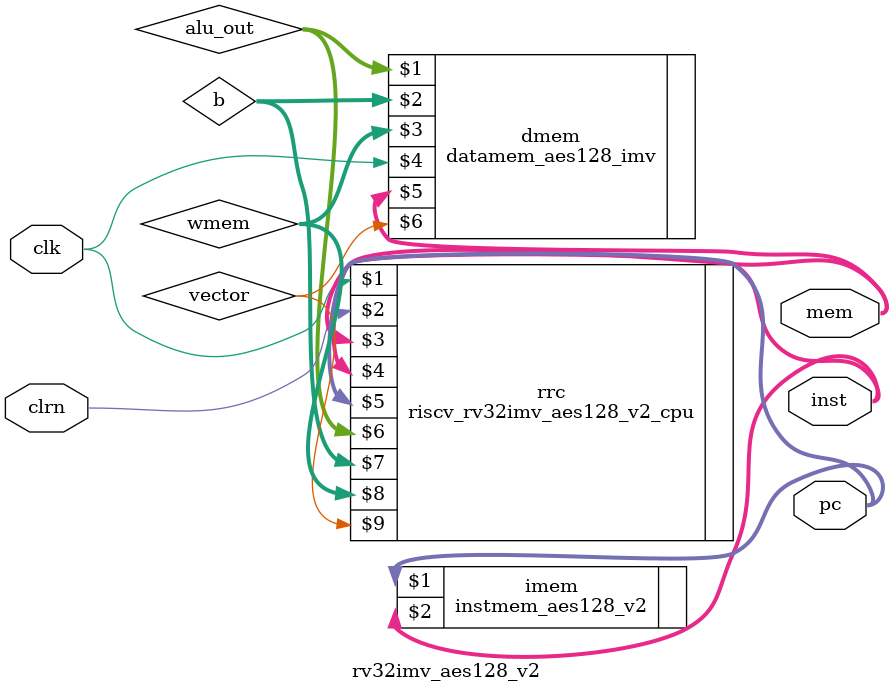
<source format=v>
module rv32imv_aes128_v2 (clk, clrn, inst, pc, mem);
  parameter     VLEN = 128;                   // bits, hardware implementation
  input         clk, clrn;           // clk: 50MHz
  output [31:0] inst, pc;
  output [VLEN-1:0] mem;
  wire    [3:0] wmem;
  wire   [VLEN-1:0] alu_out, b;
  wire          vector;
  
  riscv_rv32imv_aes128_v2_cpu rrc (clk, clrn, inst, mem, pc, alu_out, b, wmem, vector);
  
  instmem_aes128_v2 imem (pc,inst);
  
  datamem_aes128_imv dmem (alu_out, b, wmem, clk, mem, vector);
endmodule
</source>
